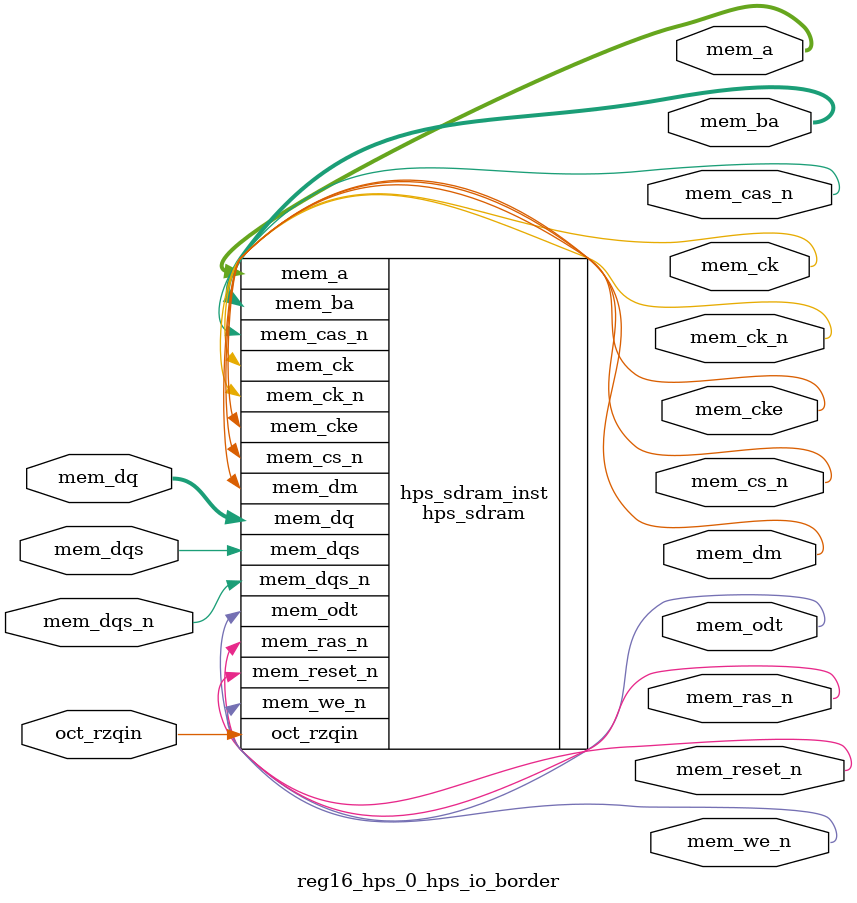
<source format=sv>


module reg16_hps_0_hps_io_border(
// memory
  output wire [13 - 1 : 0 ] mem_a
 ,output wire [3 - 1 : 0 ] mem_ba
 ,output wire [1 - 1 : 0 ] mem_ck
 ,output wire [1 - 1 : 0 ] mem_ck_n
 ,output wire [1 - 1 : 0 ] mem_cke
 ,output wire [1 - 1 : 0 ] mem_cs_n
 ,output wire [1 - 1 : 0 ] mem_ras_n
 ,output wire [1 - 1 : 0 ] mem_cas_n
 ,output wire [1 - 1 : 0 ] mem_we_n
 ,output wire [1 - 1 : 0 ] mem_reset_n
 ,inout wire [8 - 1 : 0 ] mem_dq
 ,inout wire [1 - 1 : 0 ] mem_dqs
 ,inout wire [1 - 1 : 0 ] mem_dqs_n
 ,output wire [1 - 1 : 0 ] mem_odt
 ,output wire [1 - 1 : 0 ] mem_dm
 ,input wire [1 - 1 : 0 ] oct_rzqin
);


hps_sdram hps_sdram_inst(
 .mem_dq({
    mem_dq[7:0] // 7:0
  })
,.mem_odt({
    mem_odt[0:0] // 0:0
  })
,.mem_ras_n({
    mem_ras_n[0:0] // 0:0
  })
,.mem_dqs_n({
    mem_dqs_n[0:0] // 0:0
  })
,.mem_dqs({
    mem_dqs[0:0] // 0:0
  })
,.mem_dm({
    mem_dm[0:0] // 0:0
  })
,.mem_we_n({
    mem_we_n[0:0] // 0:0
  })
,.mem_cas_n({
    mem_cas_n[0:0] // 0:0
  })
,.mem_ba({
    mem_ba[2:0] // 2:0
  })
,.mem_a({
    mem_a[12:0] // 12:0
  })
,.mem_cs_n({
    mem_cs_n[0:0] // 0:0
  })
,.mem_ck({
    mem_ck[0:0] // 0:0
  })
,.mem_cke({
    mem_cke[0:0] // 0:0
  })
,.oct_rzqin({
    oct_rzqin[0:0] // 0:0
  })
,.mem_reset_n({
    mem_reset_n[0:0] // 0:0
  })
,.mem_ck_n({
    mem_ck_n[0:0] // 0:0
  })
);

endmodule


</source>
